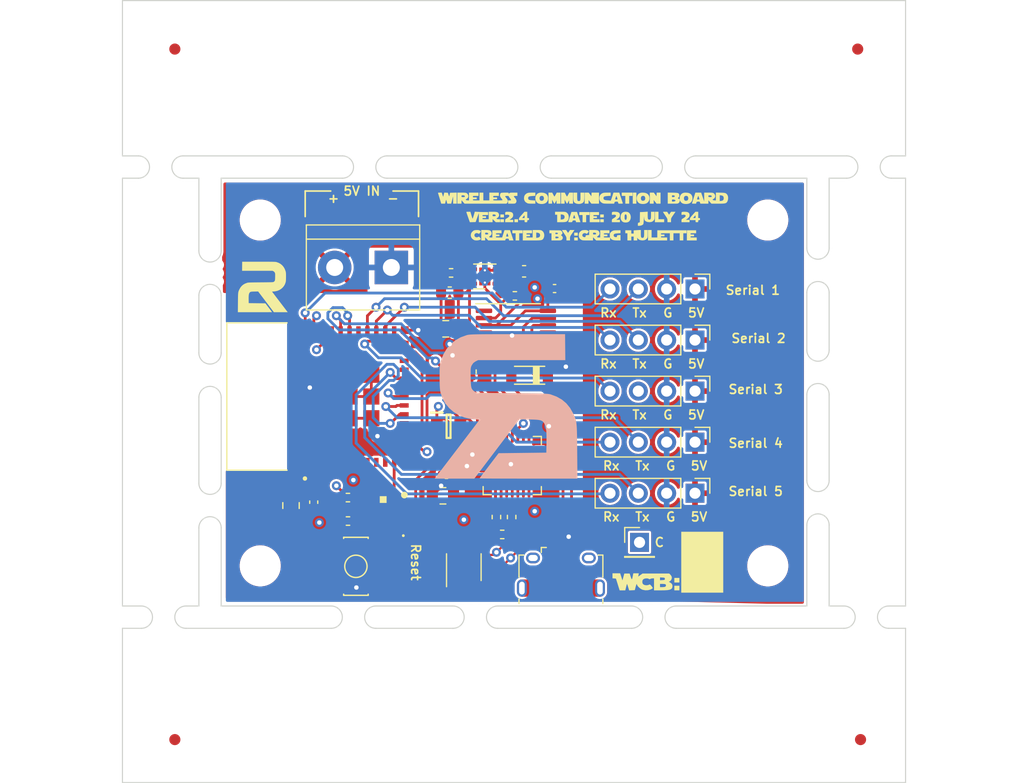
<source format=kicad_pcb>
(kicad_pcb (version 20240108) (generator "pcbnew") (generator_version "8.0")
  (title_block (title "R2 Droid Gateway") (date "2023-07-06") (rev "1.1") (company "Created by: Greg Hulette") (comment 1 "- Creates WiFi Network for Remote Web Access") (comment 2 "- WiFi to LoRa Bridge") (comment 3 "- Buttons for Master Relay"))
  (layers (0 "F.Cu" signal) (1 "In1.Cu" signal) (2 "In2.Cu" signal) (31 "B.Cu" signal) (34 "B.Paste" user) (35 "F.Paste" user) (36 "B.SilkS" user "B.Silkscreen") (37 "F.SilkS" user "F.Silkscreen") (38 "B.Mask" user) (39 "F.Mask" user) (44 "Edge.Cuts" user))
  (net 0 "")
  (net 1 "+3V3")
  (net 2 "GND")
  (net 3 "RESET")
  (net 4 "Net-(U3-EN)")
  (net 5 "VBUS")
  (net 6 "+5V")
  (net 7 "Net-(J1-VBUS)")
  (net 8 "USB_DP")
  (net 9 "USB_DN")
  (net 10 "unconnected-(J1-Shield-Pad6)")
  (net 12 "Net-(L2-DI)")
  (net 14 "DTR")
  (net 15 "RTS")
  (net 16 "GPIO0")
  (net 17 "Net-(U2-TXD)")
  (net 18 "RXD0")
  (net 19 "Net-(U2-RXD)")
  (net 20 "TXD0")
  (net 21 "Net-(U2-VBUS)")
  (net 22 "Net-(U2-RSTb)")
  (net 23 "Net-(U4-ILIM)")
  (net 25 "STATUS_LED_DATA")
  (net 55 "CHAIN")
  (net 59 "RX4")
  (net 60 "TX4")
  (net 61 "RX5")
  (net 62 "TX5")
  (net 63 "TX3")
  (net 64 "RX3")
  (net 65 "TX2")
  (net 66 "RX2")
  (net 67 "TX1")
  (net 68 "RX1")
  (footprint "Connector_PinHeader_2.54mm:PinHeader_1x01_P2.54mm_Vertical" (layer "F.Cu") (at 143.002 120.396)
    (property "Reference" "J8" (hide yes))
    (property "Value" "Conn_01x01" (hide yes))
  )
  (footprint "Connector_PinHeader_2.54mm:PinHeader_1x04_P2.54mm_Vertical" (layer "F.Cu") (at 147.974 102.259 -90)
    (property "Reference" "J4")
    (property "Value" "Conn_01x04" (hide yes))
  )
  (footprint "Resistor_SMD:R_0402_1005Metric" (layer "F.Cu") (at 130.692 119.684 180)
    (property "Reference" "R4")
    (property "Value" "22.1K" (hide yes))
  )
  (footprint "Custom:SOT65P230X110-6N" (layer "F.Cu") (at 125.883 109.986)
    (property "Reference" "Q2")
    (property "Value" "UMH3N" (hide yes))
  )
  (footprint "Custom:mouse-bite-2mm-slot" (layer "F.Cu") (at 159 96.012 90)
    (property "Reference" "mouse-bite-2mm-slot" (hide yes))
    (property "Value" "VAL**" (hide yes))
    (fp_arc (start -2 -1) (mid -1 0) (end -2 1) (stroke (width 0.1)) (layer "Edge.Cuts"))
    (fp_arc (start 2 1) (mid 1 0) (end 2 -1) (stroke (width 0.1)) (layer "Edge.Cuts"))
  )
  (footprint "Capacitor_SMD:C_0402_1005Metric" (layer "F.Cu") (at 126.634 107.858)
    (property "Reference" "C3")
    (property "Value" ".1uF" (hide yes))
  )
  (footprint "Resistor_SMD:R_0402_1005Metric" (layer "F.Cu") (at 131.538 118.124 -90)
    (property "Reference" "R6")
    (property "Value" "1K" (hide yes))
  )
  (footprint "Package_SO:TSSOP-8_4.4x3mm_P0.65mm" (layer "F.Cu") (at 131.92 100.614)
    (property "Reference" "U4")
    (property "Value" "TPS2115APW" (hide yes))
  )
  (footprint "Custom:mouse-bite-2mm-slot" (layer "F.Cu") (at 100.342 127.1)
    (property "Reference" "mouse-bite-2mm-slot" (hide yes))
    (property "Value" "VAL**" (hide yes))
    (fp_arc (start -2 -1) (mid -1 0) (end -2 1) (stroke (width 0.1)) (layer "Edge.Cuts"))
    (fp_arc (start 2 1) (mid 1 0) (end 2 -1) (stroke (width 0.1)) (layer "Edge.Cuts"))
  )
  (footprint "Capacitor_SMD:C_0805_2012Metric" (layer "F.Cu") (at 125.63 101.252)
    (property "Reference" "C8")
    (property "Value" "10uF" (hide yes))
  )
  (footprint "TerminalBlock:TerminalBlock_bornier-2_P5.08mm" (layer "F.Cu") (at 120.754 95.752 180)
    (property "Reference" "J2")
    (property "Value" "Power In" (hide yes))
  )
  (footprint "MountingHole:MountingHole_3.2mm_M3" (layer "F.Cu") (at 109 91.5)
    (property "Reference" "REF**" (hide yes))
    (property "Value" "MountingHole_3.2mm_M3" (hide yes))
  )
  (footprint "Custom:mouse-bite-2mm-slot" (layer "F.Cu") (at 117.36 127.1)
    (property "Reference" "mouse-bite-2mm-slot" (hide yes))
    (property "Value" "VAL**" (hide yes))
    (fp_arc (start -2 -1) (mid -1 0) (end -2 1) (stroke (width 0.1)) (layer "Edge.Cuts"))
    (fp_arc (start 2 1) (mid 1 0) (end 2 -1) (stroke (width 0.1)) (layer "Edge.Cuts"))
  )
  (footprint "Custom:mouse-bite-2mm-slot" (layer "F.Cu") (at 144.284 127.1)
    (property "Reference" "mouse-bite-2mm-slot" (hide yes))
    (property "Value" "VAL**" (hide yes))
    (fp_arc (start -2 -1) (mid -1 0) (end -2 1) (stroke (width 0.1)) (layer "Edge.Cuts"))
    (fp_arc (start 2 1) (mid 1 0) (end 2 -1) (stroke (width 0.1)) (layer "Edge.Cuts"))
  )
  (footprint "Fiducial:Fiducial_1mm_Mask2mm" (layer "F.Cu") (at 101.346 138.075)
    (property "Reference" "REF**" (hide yes))
    (property "Value" "Fiducial_1mm_Mask2mm" (hide yes))
  )
  (footprint "Resistor_SMD:R_0402_1005Metric" (layer "F.Cu") (at 130.172 118.124 -90)
    (property "Reference" "R5")
    (property "Value" "47.5K" (hide yes))
  )
  (footprint "Custom:mouse-bite-2mm-slot" (layer "F.Cu") (at 104.5 96.266 90)
    (property "Reference" "mouse-bite-2mm-slot" (hide yes))
    (property "Value" "VAL**" (hide yes))
    (fp_arc (start -2 -1) (mid -1 0) (end -2 1) (stroke (width 0.1)) (layer "Edge.Cuts"))
    (fp_arc (start 2 1) (mid 1 0) (end 2 -1) (stroke (width 0.1)) (layer "Edge.Cuts"))
  )
  (footprint "Capacitor_SMD:C_0805_2012Metric" (layer "F.Cu") (at 125.378 116.22 180)
    (property "Reference" "C4")
    (property "Value" "4.7uF" (hide yes))
  )
  (footprint "Custom:mouse-bite-2mm-slot" (layer "F.Cu") (at 163.576 86.75)
    (property "Reference" "mouse-bite-2mm-slot" (hide yes))
    (property "Value" "VAL**" (hide yes))
    (fp_arc (start -2 -1) (mid -1 0) (end -2 1) (stroke (width 0.1)) (layer "Edge.Cuts"))
    (fp_arc (start 2 1) (mid 1 0) (end 2 -1) (stroke (width 0.1)) (layer "Edge.Cuts"))
  )
  (footprint "Custom:mouse-bite-2mm-slot" (layer "F.Cu") (at 104.5 105.41 -90)
    (property "Reference" "mouse-bite-2mm-slot" (hide yes))
    (property "Value" "VAL**" (hide yes))
    (fp_arc (start 2 1) (mid 1 0) (end 2 -1) (stroke (width 0.1)) (layer "Edge.Cuts"))
    (fp_arc (start -2 -1) (mid -1 0) (end -2 1) (stroke (width 0.1)) (layer "Edge.Cuts"))
  )
  (footprint "Resistor_SMD:R_0402_1005Metric" (layer "F.Cu") (at 126.908 105.116 90)
    (property "Reference" "R2")
    (property "Value" "1K" (hide yes))
  )
  (footprint "Custom:mouse-bite-2mm-slot" (layer "F.Cu") (at 133.096 86.75)
    (property "Reference" "mouse-bite-2mm-slot" (hide yes))
    (property "Value" "VAL**" (hide yes))
    (fp_arc (start -2 -1) (mid -1 0) (end -2 1) (stroke (width 0.1)) (layer "Edge.Cuts"))
    (fp_arc (start 2 1) (mid 1 0) (end 2 -1) (stroke (width 0.1)) (layer "Edge.Cuts"))
  )
  (footprint "Resistor_SMD:R_0402_1005Metric" (layer "F.Cu") (at 116.86 116.382 180)
    (property "Reference" "R16")
    (property "Value" "470" (hide yes))
  )
  (footprint "MountingHole:MountingHole_3.2mm_M3" (layer "F.Cu") (at 154.5 122.5)
    (property "Reference" "REF**" (hide yes))
    (property "Value" "MountingHole_3.2mm_M3" (hide yes))
  )
  (footprint "Fiducial:Fiducial_1mm_Mask2mm" (layer "F.Cu") (at 101.346 76.175)
    (property "Reference" "REF**" (hide yes))
    (property "Value" "Fiducial_1mm_Mask2mm" (hide yes))
  )
  (footprint "Custom:mouse-bite-2mm-slot" (layer "F.Cu") (at 146.05 86.75)
    (property "Reference" "mouse-bite-2mm-slot" (hide yes))
    (property "Value" "VAL**" (hide yes))
    (fp_arc (start -2 -1) (mid -1 0) (end -2 1) (stroke (width 0.1)) (layer "Edge.Cuts"))
    (fp_arc (start 2 1) (mid 1 0) (end 2 -1) (stroke (width 0.1)) (layer "Edge.Cuts"))
  )
  (footprint "Custom:MODULE_ESP32-PICO-MINI-02" (layer "F.Cu") (at 117.007 107.32 90)
    (property "Reference" "U1")
    (property "Value" "ESP32-PICO-MINI-02" (hide yes))
  )
  (footprint "Custom:mouse-bite-2mm-slot" (layer "F.Cu") (at 159 105.156 -90)
    (property "Reference" "mouse-bite-2mm-slot" (hide yes))
    (property "Value" "VAL**" (hide yes))
    (fp_arc (start 2 1) (mid 1 0) (end 2 -1) (stroke (width 0.1)) (layer "Edge.Cuts"))
    (fp_arc (start -2 -1) (mid -1 0) (end -2 1) (stroke (width 0.1)) (layer "Edge.Cuts"))
  )
  (footprint "Connector_PinHeader_2.54mm:PinHeader_1x04_P2.54mm_Vertical" (layer "F.Cu") (at 147.974 106.836 -90)
    (property "Reference" "J5")
    (property "Value" "Conn_01x04" (hide yes))
  )
  (footprint "Capacitor_SMD:C_0402_1005Metric" (layer "F.Cu") (at 135.444 103.216)
    (property "Reference" "C12")
    (property "Value" ".1uF" (hide yes))
  )
  (footprint "Custom:mouse-bite-2mm-slot" (layer "F.Cu") (at 100.076 86.75)
    (property "Reference" "mouse-bite-2mm-slot" (hide yes))
    (property "Value" "VAL**" (hide yes))
    (fp_arc (start -2 -1) (mid -1 0) (end -2 1) (stroke (width 0.1)) (layer "Edge.Cuts"))
    (fp_arc (start 2 1) (mid 1 0) (end 2 -1) (stroke (width 0.1)) (layer "Edge.Cuts"))
  )
  (footprint "Connector_PinHeader_2.54mm:PinHeader_1x04_P2.54mm_Vertical" (layer "F.Cu") (at 147.974 115.99 -90)
    (property "Reference" "J7")
    (property "Value" "Conn_01x04" (hide yes))
  )
  (footprint "MountingHole:MountingHole_3.2mm_M3" (layer "F.Cu") (at 109 122.5)
    (property "Reference" "REF**" (hide yes))
    (property "Value" "MountingHole_3.2mm_M3" (hide yes))
  )
  (footprint "Capacitor_SMD:C_0603_1608Metric" (layer "F.Cu") (at 125.988 98.012)
    (property "Reference" "C6")
    (property "Value" "1uF" (hide yes))
  )
  (footprint "Fiducial:Fiducial_1mm_Mask2mm" (layer "F.Cu") (at 162.56 76.175)
    (property "Reference" "REF**" (hide yes))
    (property "Value" "Fiducial_1mm_Mask2mm" (hide yes))
  )
  (footprint "Custom:mouse-bite-2mm-slot" (layer "F.Cu") (at 163.334 127.1)
    (property "Reference" "mouse-bite-2mm-slot" (hide yes))
    (property "Value" "VAL**" (hide yes))
    (fp_arc (start -2 -1) (mid -1 0) (end -2 1) (stroke (width 0.1)) (layer "Edge.Cuts"))
    (fp_arc (start 2 1) (mid 1 0) (end 2 -1) (stroke (width 0.1)) (layer "Edge.Cuts"))
  )
  (footprint "Resistor_SMD:R_0402_1005Metric" (layer "F.Cu") (at 131.85 103.028)
    (property "Reference" "R9")
    (property "Value" "402" (hide yes))
  )
  (footprint "Connector_PinHeader_2.54mm:PinHeader_1x04_P2.54mm_Vertical" (layer "F.Cu") (at 147.974 111.413 -90)
    (property "Reference" "J6")
    (property "Value" "Conn_01x04" (hide yes))
  )
  (footprint "Custom:mouse-bite-2mm-slot" (layer "F.Cu") (at 159 116.84 90)
    (property "Reference" "mouse-bite-2mm-slot" (hide yes))
    (property "Value" "VAL**" (hide yes))
    (fp_arc (start -2 -1) (mid -1 0) (end -2 1) (stroke (width 0.1)) (layer "Edge.Cuts"))
    (fp_arc (start 2 1) (mid 1 0) (end 2 -1) (stroke (width 0.1)) (layer "Edge.Cuts"))
  )
  (footprint "Capacitor_SMD:C_0402_1005Metric" (layer "F.Cu") (at 113.796 116.79 -90)
    (property "Reference" "C2")
    (property "Value" ".1uF" (hide yes))
  )
  (footprint "Resistor_SMD:R_0402_1005Metric" (layer "F.Cu") (at 127.978 105.088 90)
    (property "Reference" "R3")
    (property "Value" "1K" (hide yes))
  )
  (footprint "Fiducial:Fiducial_1mm_Mask2mm" (layer "F.Cu") (at 162.814 138.075)
    (property "Reference" "REF**" (hide yes))
    (property "Value" "Fiducial_1mm_Mask2mm" (hide yes))
  )
  (footprint "Capacitor_SMD:C_0805_2012Metric" (layer "F.Cu") (at 111.76 117.094 -90)
    (property "Reference" "C1")
    (property "Value" "10uF" (hide yes))
  )
  (footprint "Connector_USB:USB_Micro-B_Amphenol_10118194_Horizontal" (layer "F.Cu") (at 135.956 123.194)
    (property "Reference" "J1")
    (property "Value" "USB_B_Micro" (hide yes))
  )
  (footprint "Custom:WS2812B-2020" (layer "F.Cu") (at 120.022 117.157)
    (property "Reference" "L2")
    (property "Value" "WS2812B-2020" (hide yes))
  )
  (footprint "MountingHole:MountingHole_3.2mm_M3" (layer "F.Cu") (at 154.5 91.5)
    (property "Reference" "REF**" (hide yes))
    (property "Value" "MountingHole_3.2mm_M3" (hide yes))
  )
  (footprint "Capacitor_SMD:C_0402_1005Metric" (layer "F.Cu") (at 135.386 97.642)
    (property "Reference" "C9")
    (property "Value" ".1uF" (hide yes))
  )
  (footprint "Custom:mouse-bite-2mm-slot" (layer "F.Cu") (at 118.364 86.75)
    (property "Reference" "mouse-bite-2mm-slot" (hide yes))
    (property "Value" "VAL**" (hide yes))
    (fp_arc (start -2 -1) (mid -1 0) (end -2 1) (stroke (width 0.1)) (layer "Edge.Cuts"))
    (fp_arc (start 2 1) (mid 1 0) (end 2 -1) (stroke (width 0.1)) (layer "Edge.Cuts"))
  )
  (footprint "Capacitor_SMD:C_0402_1005Metric" (layer "F.Cu") (at 125.696 114.304 180)
    (property "Reference" "C5")
    (property "Value" ".1uF" (hide yes))
  )
  (footprint "Package_DFN_QFN:QFN-28-1EP_5x5mm_P0.5mm_EP3.35x3.35mm" (layer "F.Cu") (at 131.592 113.51)
    (property "Reference" "U2")
    (property "Value" "CP2102N-A02-GQFN28" (hide yes))
  )
  (footprint "Connector_PinHeader_2.54mm:PinHeader_1x04_P2.54mm_Vertical" (layer "F.Cu") (at 147.974 97.682 -90)
    (property "Reference" "J3")
    (property "Value" "Conn_01x04" (hide yes))
  )
  (footprint "Package_TO_SOT_SMD:SOT-143" (layer "F.Cu") (at 127.25 122.618 90)
    (property "Reference" "D2")
    (property "Value" "SP0503BAHTG" (hide yes))
  )
  (footprint "Capacitor_SMD:C_0603_1608Metric" (layer "F.Cu") (at 132.654 96.098 180)
    (property "Reference" "C7")
    (property "Value" "1uF" (hide yes))
  )
  (footprint "Custom:SOD3716X135N" (layer "F.Cu") (at 133.1485 105.4145 180)
    (property "Reference" "D1")
    (property "Value" "B5819W-TP" (hide yes))
  )
  (footprint "Logos:WCBNumberv2" (layer "F.Cu") (at 145.542 122.174)
    (property "Reference" "G***" (hide yes))
    (property "Value" "LOGO" (hide yes))
  )
  (footprint "Resistor_SMD:R_0402_1005Metric" (layer "F.Cu") (at 131.826 98.298)
    (property "Reference" "R7")
    (property "Value" "10K" (hide yes))
  )
  (footprint "Custom:mouse-bite-2mm-slot" (layer "F.Cu") (at 128.282 127.1)
    (property "Reference" "mouse-bite-2mm-slot" (hide yes))
    (property "Value" "VAL**" (hide yes))
    (fp_arc (start -2 -1) (mid -1 0) (end -2 1) (stroke (width 0.1)) (layer "Edge.Cuts"))
    (fp_arc (start 2 1) (mid 1 0) (end 2 -1) (stroke (width 0.1)) (layer "Edge.Cuts"))
  )
  (footprint "Package_SON:WSON-6-1EP_2x2mm_P0.65mm_EP1x1.6mm_ThermalVias" (layer "F.Cu") (at 129.134 96.558 180)
    (property "Reference" "U3")
    (property "Value" "LP5912-3.3DRV" (hide yes))
  )
  (footprint "Resistor_SMD:R_0402_1005Metric" (layer "F.Cu") (at 126.108 96.238 180)
    (property "Reference" "R10")
    (property "Value" "402" (hide yes))
  )
  (footprint "Resistor_SMD:R_0402_1005Metric" (layer "F.Cu") (at 116.866 118.484)
    (property "Reference" "R1")
    (property "Value" "10K" (hide yes))
  )
  (footprint "Custom:mouse-bite-2mm-slot" (layer "F.Cu") (at 104.5 117.094 90)
    (property "Reference" "mouse-bite-2mm-slot" (hide yes))
    (property "Value" "VAL**" (hide yes))
    (fp_arc (start -2 -1) (mid -1 0) (end -2 1) (stroke (width 0.1)) (layer "Edge.Cuts"))
    (fp_arc (start 2 1) (mid 1 0) (end 2 -1) (stroke (width 0.1)) (layer "Edge.Cuts"))
  )
  (footprint "Logos:R2_Logo_V2" (layer "F.Cu") (at 109.22 97.854871)
    (property "Reference" "G***" (hide yes))
    (property "Value" "LOGO" (hide yes))
  )
  (footprint "Custom:SW_TL3342F160QG" (layer "F.Cu") (at 117.5765 122.5425 180)
    (property "Reference" "S1")
    (property "Value" "TL3342F160QG" (hide yes))
  )
  (footprint "02-Logos:WCBv2.4Logo" (layer "F.Cu") (at 137.922 91.186)
    (property "Reference" "G***" (hide yes))
    (property "Value" "LOGO" (hide yes))
  )
  (footprint "Logos:r2logoLarge" (layer "B.Cu") (at 131.064 109.22 180)
    (property "Reference" "G***" (hide yes))
    (property "Value" "LOGO" (hide yes))
  )
  (gr_line (start 113.03 88.9) (end 115.316 88.9) (stroke (width 0.15)) (layer "F.SilkS"))
  (gr_line (start 113.03 91.186) (end 113.03 88.9) (stroke (width 0.15)) (layer "F.SilkS"))
  (gr_line (start 123.19 88.9) (end 123.19 91.186) (stroke (width 0.15)) (layer "F.SilkS"))
  (gr_line (start 120.904 88.9) (end 123.19 88.9) (stroke (width 0.15)) (layer "F.SilkS"))
  (gr_line (start 166.85 126.1) (end 165.334 126.1) (stroke (width 0.1)) (layer "Edge.Cuts"))
  (gr_line (start 160 94.012) (end 160 87.75) (stroke (width 0.1)) (layer "Edge.Cuts"))
  (gr_line (start 115.36 128.1) (end 102.342 128.1) (stroke (width 0.1)) (layer "Edge.Cuts"))
  (gr_line (start 148.05 85.75) (end 161.576 85.75) (stroke (width 0.1)) (layer "Edge.Cuts"))
  (gr_line (start 158 103.156) (end 158 98.012) (stroke (width 0.1)) (layer "Edge.Cuts"))
  (gr_line (start 160 103.156) (end 160 98.012) (stroke (width 0.1)) (layer "Edge.Cuts"))
  (gr_line (start 158 94.012) (end 158 87.75) (stroke (width 0.1)) (layer "Edge.Cuts"))
  (gr_line (start 160 126.1) (end 161.334 126.1) (stroke (width 0.1)) (layer "Edge.Cuts"))
  (gr_line (start 146.284 126.1) (end 158 126.1) (stroke (width 0.1)) (layer "Edge.Cuts"))
  (gr_line (start 126.282 128.1) (end 119.36 128.1) (stroke (width 0.1)) (layer "Edge.Cuts"))
  (gr_line (start 105.5 98.266) (end 105.5 103.41) (stroke (width 0.1)) (layer "Edge.Cuts"))
  (gr_line (start 103.5 119.094) (end 103.5 126.1) (stroke (width 0.1)) (layer "Edge.Cuts"))
  (gr_line (start 105.5 126.1) (end 115.36 126.1) (stroke (width 0.1)) (layer "Edge.Cuts"))
  (gr_line (start 144.05 87.75) (end 135.096 87.75) (stroke (width 0.1)) (layer "Edge.Cuts"))
  (gr_line (start 166.85 85.75) (end 165.576 85.75) (stroke (width 0.1)) (layer "Edge.Cuts"))
  (gr_line (start 120.364 85.75) (end 131.096 85.75) (stroke (width 0.1)) (layer "Edge.Cuts"))
  (gr_line (start 131.096 87.75) (end 120.364 87.75) (stroke (width 0.1)) (layer "Edge.Cuts"))
  (gr_line (start 98.076 87.75) (end 96.65 87.75) (stroke (width 0.1)) (layer "Edge.Cuts"))
  (gr_line (start 103.5 115.094) (end 103.5 107.41) (stroke (width 0.1)) (layer "Edge.Cuts"))
  (gr_line (start 161.334 128.1) (end 146.284 128.1) (stroke (width 0.1)) (layer "Edge.Cuts"))
  (gr_line (start 103.5 103.41) (end 103.5 98.266) (stroke (width 0.1)) (layer "Edge.Cuts"))
  (gr_line (start 105.5 119.094) (end 105.5 126.1) (stroke (width 0.1)) (layer "Edge.Cuts"))
  (gr_line (start 158 114.84) (end 158 107.156) (stroke (width 0.1)) (layer "Edge.Cuts"))
  (gr_line (start 166.85 141.925) (end 166.85 128.1) (stroke (width 0.1)) (layer "Edge.Cuts"))
  (gr_line (start 119.36 126.1) (end 126.282 126.1) (stroke (width 0.1)) (layer "Edge.Cuts"))
  (gr_line (start 142.284 128.1) (end 130.282 128.1) (stroke (width 0.1)) (layer "Edge.Cuts"))
  (gr_line (start 160 114.84) (end 160 107.156) (stroke (width 0.1)) (layer "Edge.Cuts"))
  (gr_line (start 96.65 141.925) (end 166.85 141.925) (stroke (width 0.1)) (layer "Edge.Cuts"))
  (gr_line (start 166.85 71.825) (end 166.85 85.75) (stroke (width 0.1)) (layer "Edge.Cuts"))
  (gr_line (start 102.342 126.1) (end 103.5 126.1) (stroke (width 0.1)) (layer "Edge.Cuts"))
  (gr_line (start 165.576 87.75) (end 166.85 87.75) (stroke (width 0.1)) (layer "Edge.Cuts"))
  (gr_line (start 96.65 85.75) (end 98.076 85.75) (stroke (width 0.1)) (layer "Edge.Cuts"))
  (gr_line (start 135.096 85.75) (end 144.05 85.75) (stroke (width 0.1)) (layer "Edge.Cuts"))
  (gr_line (start 102.076 87.75) (end 103.5 87.75) (stroke (width 0.1)) (layer "Edge.Cuts"))
  (gr_line (start 105.5 87.75) (end 105.5 94.266) (stroke (width 0.1)) (layer "Edge.Cuts"))
  (gr_line (start 96.65 128.1) (end 96.65 141.925) (stroke (width 0.1)) (layer "Edge.Cuts"))
  (gr_line (start 130.282 126.1) (end 142.284 126.1) (stroke (width 0.1)) (layer "Edge.Cuts"))
  (gr_line (start 166.85 128.1) (end 165.334 128.1) (stroke (width 0.1)) (layer "Edge.Cuts"))
  (gr_line (start 96.65 71.825) (end 166.85 71.825) (stroke (width 0.1)) (layer "Edge.Cuts"))
  (gr_line (start 98.342 128.1) (end 96.65 128.1) (stroke (width 0.1)) (layer "Edge.Cuts"))
  (gr_line (start 105.5 107.41) (end 105.5 115.094) (stroke (width 0.1)) (layer "Edge.Cuts"))
  (gr_line (start 166.85 87.75) (end 166.85 126.1) (stroke (width 0.1)) (layer "Edge.Cuts"))
  (gr_line (start 161.576 87.75) (end 160 87.75) (stroke (width 0.1)) (layer "Edge.Cuts"))
  (gr_line (start 116.364 85.75) (end 102.076 85.75) (stroke (width 0.1)) (layer "Edge.Cuts"))
  (gr_line (start 98.342 126.1) (end 96.65 126.1) (stroke (width 0.1)) (layer "Edge.Cuts"))
  (gr_line (start 160 118.84) (end 160 126.1) (stroke (width 0.1)) (layer "Edge.Cuts"))
  (gr_line (start 158 87.75) (end 148.05 87.75) (stroke (width 0.1)) (layer "Edge.Cuts"))
  (gr_line (start 96.65 71.825) (end 96.65 85.75) (stroke (width 0.1)) (layer "Edge.Cuts"))
  (gr_line (start 103.5 94.266) (end 103.5 87.75) (stroke (width 0.1)) (layer "Edge.Cuts"))
  (gr_line (start 158 126.1) (end 158 118.84) (stroke (width 0.1)) (layer "Edge.Cuts"))
  (gr_line (start 96.65 87.75) (end 96.65 126.1) (stroke (width 0.1)) (layer "Edge.Cuts"))
  (gr_line (start 116.364 87.75) (end 105.5 87.75) (stroke (width 0.1)) (layer "Edge.Cuts"))
  (gr_text "5V" (at 148.082 108.966 0) (layer "F.SilkS") (effects (font (size 0.8 0.8))))
  (gr_text "5V" (at 148.082 104.394 0) (layer "F.SilkS") (effects (font (size 0.8 0.8))))
  (gr_text "Rx" (at 140.208 108.966 0) (layer "F.SilkS") (effects (font (size 0.8 0.8))))
  (gr_text "5V IN" (at 118.11 88.9 0) (layer "F.SilkS") (effects (font (size 0.8 0.8))))
  (gr_text "Serial 4" (at 153.416 111.506 0) (layer "F.SilkS") (effects (font (size 0.8 0.8))))
  (gr_text "Tx" (at 143.256 113.538 0) (layer "F.SilkS") (effects (font (size 0.8 0.8))))
  (gr_text "C" (at 144.78 120.396 0) (layer "F.SilkS") (effects (font (size 0.8 0.8))))
  (gr_text "Tx" (at 143.002 108.966 0) (layer "F.SilkS") (effects (font (size 0.8 0.8))))
  (gr_text "Tx" (at 143.002 104.394 0) (layer "F.SilkS") (effects (font (size 0.8 0.8))))
  (gr_text "5V" (at 148.082 99.822 0) (layer "F.SilkS") (effects (font (size 0.8 0.8))))
  (gr_text "G" (at 145.542 104.394 0) (layer "F.SilkS") (effects (font (size 0.8 0.8))))
  (gr_text "+" (at 115.57 89.662 180) (layer "F.SilkS") (effects (font (size 0.8 0.8))))
  (gr_text "Serial 5" (at 153.416 115.824 0) (layer "F.SilkS") (effects (font (size 0.8 0.8))))
  (gr_text "Rx" (at 140.462 113.538 0) (layer "F.SilkS") (effects (font (size 0.8 0.8))))
  (gr_text "5V" (at 148.336 113.538 0) (layer "F.SilkS") (effects (font (size 0.8 0.8))))
  (gr_text "Serial 3" (at 153.416 106.68 0) (layer "F.SilkS") (effects (font (size 0.8 0.8))))
  (gr_text "5V" (at 148.336 118.11 0) (layer "F.SilkS") (effects (font (size 0.8 0.8))))
  (gr_text "Tx" (at 143.002 99.822 0) (layer "F.SilkS") (effects (font (size 0.8 0.8))))
  (gr_text "-" (at 120.904 89.662 180) (layer "F.SilkS") (effects (font (size 0.8 0.8))))
  (gr_text "Rx" (at 140.208 104.394 0) (layer "F.SilkS") (effects (font (size 0.8 0.8))))
  (gr_text "G" (at 145.542 108.966 0) (layer "F.SilkS") (effects (font (size 0.8 0.8))))
  (gr_text "Serial 2" (at 153.67 102.108 0) (layer "F.SilkS") (effects (font (size 0.8 0.8))))
  (gr_text "Tx" (at 143.256 118.11 0) (layer "F.SilkS") (effects (font (size 0.8 0.8))))
  (gr_text "G" (at 145.542 99.822 0) (layer "F.SilkS") (effects (font (size 0.8 0.8))))
  (gr_text "Rx" (at 140.462 118.11 0) (layer "F.SilkS") (effects (font (size 0.8 0.8))))
  (gr_text "G" (at 145.796 113.538 0) (layer "F.SilkS") (effects (font (size 0.8 0.8))))
  (gr_text "G" (at 145.796 118.11 0) (layer "F.SilkS") (effects (font (size 0.8 0.8))))
  (gr_text "Reset" (at 122.936 122.174 270) (layer "F.SilkS") (effects (font (size 0.8 0.8))))
  (gr_text "Rx" (at 140.208 99.822 0) (layer "F.SilkS") (effects (font (size 0.8 0.8))))
  (gr_text "Serial 1" (at 153.162 97.79 0) (layer "F.SilkS") (effects (font (size 0.8 0.8))))
  (segment (start 128.218 115.01) (end 127.718 114.51) (width 0.25) (layer "F.Cu") (net 1))
  (segment (start 129.142 114.51) (end 127.552 114.51) (width 0.25) (layer "F.Cu") (net 1))
  (segment (start 126.382 114.51) (end 126.176 114.304) (width 0.25) (layer "F.Cu") (net 1))
  (segment (start 127.552 114.51) (end 126.382 114.51) (width 0.25) (layer "F.Cu") (net 1))
  (segment (start 129.142 115.01) (end 128.218 115.01) (width 0.25) (layer "F.Cu") (net 1))
  (segment (start 127.718 114.51) (end 127.552 114.51) (width 0.25) (layer "F.Cu") (net 1))
  (via (at 117.348 114.808) (size 0.8) (drill 0.4) (layers "F.Cu" "B.Cu") (net 1))
  (via (at 134.874 109.982) (size 0.8) (drill 0.4) (layers "F.Cu" "B.Cu") (net 1))
  (via (at 133.604 117.602) (size 0.8) (drill 0.4) (layers "F.Cu" "B.Cu") (net 1))
  (via (at 127.254 118.364) (size 0.8) (drill 0.4) (layers "F.Cu" "B.Cu") (net 1))
  (via (at 133.604 97.536) (size 0.8) (drill 0.4) (layers "F.Cu" "B.Cu") (net 1))
  (via (at 125.984 102.616) (size 0.8) (drill 0.4) (layers "F.Cu" "B.Cu") (net 1))
  (via (at 114.3 118.618) (size 0.8) (drill 0.4) (layers "F.Cu" "B.Cu") (net 1))
  (via (at 133.858 98.552) (size 0.8) (drill 0.4) (layers "F.Cu" "B.Cu") (net 1))
  (segment (start 117.007 109.27) (end 115.057 109.27) (width 0.25) (layer "F.Cu") (net 2))
  (segment (start 129.9215 96.008) (end 130.0215 95.908) (width 0.25) (layer "F.Cu") (net 2))
  (segment (start 113.444 106.52) (end 114.257 106.52) (width 0.25) (layer "F.Cu") (net 2))
  (segment (start 128.46552 110.386192) (end 128.46552 109.20952) (width 0.25) (layer "F.Cu") (net 2))
  (segment (start 112.776 124.206) (end 113.0125 124.4425) (width 0.25) (layer "F.Cu") (net 2))
  (segment (start 131.4415 94.488) (end 130.0215 95.908) (width 0.25) (layer "F.Cu") (net 2))
  (segment (start 131.589328 113.51) (end 128.46552 110.386192) (width 0.25) (layer "F.Cu") (net 2))
  (segment (start 121.007 110.865) (end 121.007 112.673) (width 0.25) (layer "F.Cu") (net 2))
  (segment (start 129.0575 100.289) (end 130.089 100.289) (width 0.25) (layer "F.Cu") (net 2))
  (segment (start 118.957 107.32) (end 117.007 107.32) (width 0.25) (layer "F.Cu") (net 2))
  (segment (start 121.007 113.22) (end 121.007 116.477) (width 0.25) (layer "F.Cu") (net 2))
  (segment (start 115.057 107.32) (end 115.057 105.37) (width 0.25) (layer "F.Cu") (net 2))
  (segment (start 136.398 104.648) (end 135.924 104.174) (width 0.25) (layer "F.Cu") (net 2))
  (segment (start 125.213 100.719) (end 124.68 101.252) (width 0.25) (layer "F.Cu") (net 2))
  (segment (start 135.866 97.63507) (end 135.866 97.642) (width 0.25) (layer "F.Cu") (net 2))
  (segment (start 125.222 98.003) (end 125.222 96.614) (width 0.25) (layer "F.Cu") (net 2))
  (segment (start 130.556 99.822) (end 130.556 99.03) (width 0.25) (layer "F.Cu") (net 2))
  (segment (start 112.776 120.904) (end 112.776 124.206) (width 0.25) (layer "F.Cu") (net 2))
  (segment (start 129.134 96.008) (end 129.9215 96.008) (width 0.25) (layer "F.Cu") (net 2))
  (segment (start 132.36 103.028) (end 132.36 102.642) (width 0.25) (layer "F.Cu") (net 2))
  (segment (start 130.556 99.03) (end 129.134 97.608) (width 0.25) (layer "F.Cu") (net 2))
  (segment (start 112.057 113.27) (end 113.757 113.27) (width 0.25) (layer "F.Cu") (net 2))
  (segment (start 135.924 104.174) (end 135.924 103.216) (width 0.25) (layer "F.Cu") (net 2))
  (segment (start 113.0125 124.4425) (end 114.4265 124.4425) (width 0.25) (layer "F.Cu") (net 2))
  (segment (start 119.507 110.871) (end 121.007 112.371) (width 0.25) (layer "F.Cu") (net 2))
  (segment (start 130.089 100.289) (end 130.556 99.822) (width 0.25) (layer "F.Cu") (net 2))
  (segment (start 121.957 113.27) (end 121.057 113.27) (width 0.25) (layer "F.Cu") (net 2))
  (segment (start 118.957 109.27) (end 118.957 110.321) (width 0.25) (layer "F.Cu") (net 2))
  (segment (start 128.584 96.558) (end 129.134 97.108) (width 0.25) (layer "F.Cu") (net 2))
  (segment (start 125.476 120.142) (end 124.968 120.65) (width 0.25) (layer "F.Cu") (net 2))
  (segment (start 121.057 113.27) (end 121.007 113.22) (width 0.25) (layer "F.Cu") (net 2))
  (segment (start 125.222 96.614) (end 125.598 96.238) (width 0.25) (layer "F.Cu") (net 2))
  (segment (start 125.216 114.304) (end 125.216 115.322) (width 0.25) (layer "F.Cu") (net 2))
  (segment (start 125.213 98.012) (end 125.222 98.003) (width 0.25) (layer "F.Cu") (net 2))
  (segment (start 131.288 98.298) (end 130.556 99.03) (width 0.25) (layer "F.Cu") (net 2))
  (segment (start 121.007 112.371) (end 121.007 112.673) (width 0.25) (layer "F.Cu") (net 2))
  (segment (start 134.32893 96.098) (end 135.866 97.63507) (width 0.25) (layer "F.Cu") (net 2))
  (segment (start 121.007 112.673) (end 121.007 113.22) (width 0.25) (layer "F.Cu") (net 2))
  (segment (start 133.429 96.098) (end 134.32893 96.098) (width 0.25) (layer "F.Cu") (net 2))
  (segment (start 131.092 113.01) (end 131.469 113.387) (width 0.25) (layer "F.Cu") (net 2))
  (segment (start 124.968 120.65) (end 124.968 122.682) (width 0.25) (layer "F.Cu") (net 2))
  (segment (start 115.057 105.37) (end 118.957 105.37) (width 0.25) (layer "F.Cu") (net 2))
  (segment (start 123.166 101.37) (end 121.957 101.37) (width 0.25) (layer "F.Cu") (net 2))
  (segment (start 128.46552 109.20952) (end 127.114 107.858) (width 0.25) (layer "F.Cu") (net 2))
  (segment (start 114.257 106.52) (end 115.057 107.32) (width 0.25) (layer "F.Cu") (net 2))
  (segment (start 112.107 106.52) (end 113.444 106.52) (width 0.25) (layer "F.Cu") (net 2))
  (segment (start 133.429 95.075) (end 132.842 94.488) (width 0.25) (layer "F.Cu") (net 2))
  (segment (start 125.216 115.322) (end 125.216 115.432) (width 0.25) (layer "F.Cu") (net 2))
  (segment (start 125.216 115.432) (end 124.428 116.22) (width 0.25) (layer "F.Cu") (net 2))
  (segment (start 120.7265 124.4425) (end 125.7555 124.4425) (width 0.25) (layer "F.Cu") (net 2))
  (segment (start 112.057 101.37) (end 112.057 113.27) (width 0.25) (layer "F.Cu") (net 2))
  (segment (start 128.524 120.142) (end 125.476 120.142) (width 0.25) (layer "F.Cu") (net 2))
  (segment (start 124.562 101.37) (end 123.166 101.37) (width 0.25) (layer "F.Cu") (net 2))
  (segment (start 113.757 113.27) (end 113.807 113.22) (width 0.25) (layer "F.Cu") (net 2))
  (segment (start 128.2465 96.558) (end 128.584 96.558) (width 0.25) (layer "F.Cu") (net 2))
  (segment (start 131.316 98.298) (end 131.288 98.298) (width 0.25) (layer "F.Cu") (net 2))
  (segment (start 118.957 110.321) (end 119.507 110.871) (width 0.25) (layer "F.Cu") (net 2))
  (segment (start 111.76 118.044) (end 111.76 119.888) (width 0.25) (layer "F.Cu") (net 2))
  (segment (start 129.134 97.608) (end 129.134 97.108) (width 0.25) (layer "F.Cu") (net 2))
  (segment (start 118.957 109.27) (end 117.007 109.27) (width 0.25) (layer "F.Cu") (net 2))
  (segment (start 125.7555 124.4425) (end 126.48 123.718) (width 0.25) (layer "F.Cu") (net 2))
  (segment (start 132.842 94.488) (end 131.4415 94.488) (width 0.25) (layer "F.Cu") (net 2))
  (segment (start 115.057 109.27) (end 115.057 107.32) (width 0.25) (layer "F.Cu") (net 2))
  (segment (start 135.924 102.7305) (end 135.924 103.216) (width 0.25) (layer "F.Cu") (net 2))
  (segment (start 121.907 110.52) (end 121.352 110.52) (width 0.25) (layer "F.Cu") (net 2))
  (segment (start 121.007 116.477) (end 121.037 116.507) (width 0.25) (layer "F.Cu") (net 2))
  (segment (start 124.68 101.252) (end 124.562 101.37) (width 0.25) (layer "F.Cu") (net 2))
  (segment (start 121.352 110.52) (end 121.007 110.865) (width 0.25) (layer "F.Cu") (net 2))
  (segment (start 125.213 98.012) (end 125.213 100.719) (width 0.25) (layer "F.Cu") (net 2))
  (segment (start 112.534 117.27) (end 111.76 118.044) (width 0.25) (layer "F.Cu") (net 2))
  (segment (start 111.76 119.888) (end 112.776 120.904) (width 0.25) (layer "F.Cu") (net 2))
  (segment (start 126.004 123.718) (end 126.48 123.718) (width 0.25) (layer "F.Cu") (net 2))
  (segment (start 114.4265 124.4425) (end 117.6195 124.4425) (width 0.25) (layer "F.Cu") (net 2))
  (segment (start 118.957 105.37) (end 118.957 107.32) (width 0.25) (layer "F.Cu") (net 2))
  (segment (start 132.36 102.642) (end 131.572 101.854) (width 0.25) (layer "F.Cu") (net 2))
  (segment (start 113.796 117.27) (end 112.534 117.27) (width 0.25) (layer "F.Cu") (net 2))
  (segment (start 131.592 113.51) (end 131.589328 113.51) (width 0.25) (layer "F.Cu") (net 2))
  (segment (start 117.6195 124.4425) (end 120.7265 124.4425) (width 0.25) (layer "F.Cu") (net 2))
  (segment (start 137.256 120.492) (end 136.652 119.888) (width 0.25) (layer "F.Cu") (net 2))
  (segment (start 133.429 96.098) (end 133.429 95.075) (width 0.25) (layer "F.Cu") (net 2))
  (segment (start 130.172 118.634) (end 130.032 118.634) (width 0.25) (layer "F.Cu") (net 2))
  (segment (start 130.032 118.634) (end 128.524 120.142) (width 0.25) (layer "F.Cu") (net 2))
  (segment (start 124.968 122.682) (end 126.004 123.718) (width 0.25) (layer "F.Cu") (net 2))
  (segment (start 137.256 121.794) (end 137.256 120.492) (width 0.25) (layer "F.Cu") (net 2))
  (segment (start 131.469 113.387) (end 131.592 113.51) (width 0.25) (layer "F.Cu") (net 2))
  (segment (start 129.142 113.01) (end 131.092 113.01) (width 0.25) (layer "F.Cu") (net 2))
  (segment (start 134.7825 101.589) (end 135.924 102.7305) (width 0.25) (layer "F.Cu") (net 2))
  (via (at 136.398 104.648) (size 0.8) (drill 0.4) (layers "F.Cu" "B.Cu") (net 2))
  (via (at 113.444 106.52) (size 0.8) (drill 0.4) (layers "F.Cu" "B.Cu") (net 2))
  (via (at 119.507 110.871) (size 0.8) (drill 0.4) (layers "F.Cu" "B.Cu") (net 2))
  (via (at 131.469 113.387) (size 0.8) (drill 0.4) (layers "F.Cu" "B.Cu") (net 2))
  (via (at 123.166 101.37) (size 0.8) (drill 0.4) (layers "F.Cu" "B.Cu") (net 2))
  (via (at 125.216 115.322) (size 0.8) (drill 0.4) (layers "F.Cu" "B.Cu") (net 2))
  (via (at 117.6195 124.4425) (size 0.8) (drill 0.4) (layers "F.Cu" "B.Cu") (net 2))
  (via (at 131.572 101.854) (size 0.8) (drill 0.4) (layers "F.Cu" "B.Cu") (net 2))
  (via (at 136.652 119.888) (size 0.8) (drill 0.4) (layers "F.Cu" "B.Cu") (net 2))
  (segment (start 117.376 118.484) (end 117.764 118.872) (width 0.25) (layer "F.Cu") (net 3))
  (segment (start 120.7265 120.6425) (end 119.5345 120.6425) (width 0.25) (layer "F.Cu") (net 3))
  (segment (start 114.4265 120.6425) (end 115.2175 120.6425) (width 0.25) (layer "F.Cu") (net 3))
  (segment (start 119.831511 118.674489) (end 119.831511 115.259511) (width 0.25) (layer "F.Cu") (net 3))
  (segment (start 126.954022 113.03) (end 127.291489 112.692533) (width 0.25) (layer "F.Cu") (net 3))
  (segment (start 127.291489 112.692533) (end 127.291489 111.976511) (width 0.25) (layer "F.Cu") (net 3))
  (segment (start 121.863511 118.674489) (end 122.936 117.602) (width 0.25) (layer "F.Cu") (net 3))
  (segment (start 117.764 118.872) (end 119.634 118.872) (width 0.25) (layer "F.Cu") (net 3))
  (segment (start 127.291489 111.976511) (end 128.016 111.252) (width 0.25) (layer "F.Cu") (net 3))
  (segment (start 128.016 109.669978) (end 127.682022 109.336) (width 0.25) (layer "F.Cu") (net 3))
  (segment (start 118.607 114.035) (end 118.607 113.22) (width 0.25) (layer "F.Cu") (net 3))
  (segment (start 126.154 107.858) (end 126.154 108.557) (width 0.25) (layer "F.Cu") (net 3))
  (segment (start 124.714 113.03) (end 126.954022 113.03) (width 0.25) (layer "F.Cu") (net 3))
  (segment (start 126.154 108.557) (end 126.933 109.336) (width 0.25) (layer "F.Cu") (net 3))
  (segment (start 119.5345 120.6425) (end 117.376 118.484) (width 0.25) (layer "F.Cu") (net 3))
  (segment (start 119.634 118.872) (end 119.831511 118.674489) (width 0.25) (layer "F.Cu") (net 3))
  (segment (start 128.016 111.252) (end 128.016 109.669978) (width 0.25) (layer "F.Cu") (net 3))
  (segment (start 122.936 114.808) (end 124.714 113.03) (width 0.25) (layer "F.Cu") (net 3))
  (segment (start 119.831511 115.259511) (end 118.607 114.035) (width 0.25) (layer "F.Cu") (net 3))
  (segment (start 122.936 117.602) (end 122.936 114.808) (width 0.25) (layer "F.Cu") (net 3))
  (segment (start 115.2175 120.6425) (end 117.376 118.484) (width 0.25) (layer "F.Cu") (net 3))
  (segment (start 127.682022 109.336) (end 126.933 109.336) (width 0.25) (layer "F.Cu") (net 3))
  (segment (start 119.831511 118.674489) (end 121.863511 118.674489) (width 0.25) (layer "F.Cu") (net 3))
  (segment (start 132.588 101.092) (end 133.391 100.289) (width 0.25) (layer "F.Cu") (net 4))
  (segment (start 128.2465 97.208) (end 127.942 97.208) (width 0.25) (layer "F.Cu") (net 4))
  (segment (start 127.942 97.208) (end 127.508 96.774) (width 0.25) (layer "F.Cu") (net 4))
  (segment (start 127.508 96.774) (end 127.508 96.504977) (width 0.25) (layer "F.Cu") (net 4))
  (segment (start 127.762 102.108) (end 129.286 103.632) (width 0.25) (layer "F.Cu") (net 4))
  (segment (start 131.228141 103.886) (end 132.471859 103.886) (width 0.25) (layer "F.Cu") (net 4))
  (segment (start 126.763 98.012) (end 127.4425 98.012) (width 0.25) (layer "F.Cu") (net 4))
  (segment (start 126.948 95.908) (end 128.2465 95.908) (width 0.25) (layer "F.Cu") (net 4))
  (segment (start 132.471859 103.886) (end 132.95452 103.403339) (width 0.25) (layer "F.Cu") (net 4))
  (segment (start 132.95452 102.600802) (end 132.588 102.234282) (width 0.25) (layer "F.Cu") (net 4))
  (segment (start 129.286 103.632) (end 130.974141 103.632) (width 0.25) (layer "F.Cu") (net 4))
  (segment (start 127.762 97.6925) (end 127.762 102.108) (width 0.25) (layer "F.Cu") (net 4))
  (segment (start 126.763 98.012) (end 126.763 101.069) (width 0.25) (layer "F.Cu") (net 4))
  (segment (start 128.2465 97.208) (end 127.762 97.6925) (width 0.25) (layer "F.Cu") (net 4))
  (segment (start 127.508 96.504977) (end 128.104977 95.908) (width 0.25) (layer "F.Cu") (net 4))
  (segment (start 127.4425 98.012) (end 128.2465 97.208) (width 0.25) (layer "F.Cu") (net 4))
  (segment (start 132.95452 103.403339) (end 132.95452 102.600802) (width 0.25) (layer "F.Cu") (net 4))
  (segment (start 126.618 96.238) (end 126.948 95.908) (width 0.25) (layer "F.Cu") (net 4))
  (segment (start 132.588 102.234282) (end 132.588 101.092) (width 0.25) (layer "F.Cu") (net 4))
  (segment (start 126.763 101.069) (end 126.58 101.252) (width 0.25) (layer "F.Cu") (net 4))
  (segment (start 128.104977 95.908) (end 128.2465 95.908) (width 0.25) (layer "F.Cu") (net 4))
  (segment (start 130.974141 103.632) (end 131.228141 103.886) (width 0.25) (layer "F.Cu") (net 4))
  (segment (start 133.391 100.289) (end 134.7825 100.289) (width 0.25) (layer "F.Cu") (net 4))
  (segment (start 134.964 105.2373) (end 134.7868 105.4145) (width 0.25) (layer "F.Cu") (net 5))
  (segment (start 131.202 119.684) (end 134.824 119.684) (width 0.25) (layer "F.Cu") (net 5))
  (segment (start 130.048 106.172) (end 130.048 104.648) (width 0.25) (layer "F.Cu") (net 5))
  (segment (start 132.08 108.204) (end 130.048 106.172) (width 0.25) (layer "F.Cu") (net 5))
  (segment (start 136.144 118.364) (end 136.144 108.966) (width 0.25) (layer "F.Cu") (net 5))
  (segment (start 136.144 108.966) (end 135.382 108.204) (width 0.25) (layer "F.Cu") (net 5))
  (segment (start 133.35 101.602) (end 134.964 103.216) (width 0.25) (layer "F.Cu") (net 5))
  (segment (start 135.382 108.204) (end 132.08 108.204) (width 0.25) (layer "F.Cu") (net 5))
  (segment (start 130.048 104.648) (end 130.302 104.394) (width 0.25) (layer "F.Cu") (net 5))
  (segment (start 133.35 101.092) (end 133.35 101.602) (width 0.25) (layer "F.Cu") (net 5))
  (segment (start 133.503 100.939) (end 133.35 101.092) (width 0.25) (layer "F.Cu") (net 5))
  (segment (start 134.824 119.684) (end 136.144 118.364) (width 0.25) (layer "F.Cu") (net 5))
  (segment (start 133.6085 105.4145) (end 134.7868 105.4145) (width 0.25) (layer "F.Cu") (net 5))
  (segment (start 132.588 104.394) (end 133.6085 105.4145) (width 0.25) (layer "F.Cu") (net 5))
  (segment (start 134.7825 100.939) (end 133.503 100.939) (width 0.25) (layer "F.Cu") (net 5))
  (segment (start 130.302 104.394) (end 132.588 104.394) (width 0.25) (layer "F.Cu") (net 5))
  (segment (start 134.964 103.216) (end 134.964 105.2373) (width 0.25) (layer "F.Cu") (net 5))
  (segment (start 132.771 99.639) (end 131.471 100.939) (width 0.25) (layer "F.Cu") (net 6))
  (segment (start 134.7825 99.639) (end 132.771 99.639) (width 0.25) (layer "F.Cu") (net 6))
  (segment (start 136.398 98.298) (end 135.55507 98.298) (width 0.25) (layer "F.Cu") (net 6))
  (segment (start 136.906 97.79) (end 136.398 98.298) (width 0.25) (layer "F.Cu") (net 6))
  (segment (start 130.201 100.939) (end 129.0575 100.939) (width 0.25) (layer "F.Cu") (net 6))
  (segment (start 132.336 98.298) (end 132.336 98.804) (width 0.25) (layer "F.Cu") (net 6))
  (segment (start 134.7825 97.7655) (end 134.906 97.642) (width 0.25) (layer "F.Cu") (net 6))
  (segment (start 136.906 93.218) (end 136.906 97.79) (width 0.25) (layer "F.Cu") (net 6))
  (segment (start 131.471 100.939) (end 130.201 100.939) (width 0.25) (layer "F.Cu") (net 6))
  (segment (start 132.336 98.804) (end 130.201 100.939) (width 0.25) (layer "F.Cu") (net 6))
  (segment (start 134.906 97.642) (end 134.906 97.64893) (width 0.25) (layer "F.Cu") (net 6))
  (segment (start 134.7825 99.639) (end 134.7825 97.7655) (width 0.25) (layer "F.Cu") (net 6))
  (segment (start 135.55507 98.298) (end 134.906 97.64893) (width 0.25) (layer "F.Cu") (net 6))
  (segment (start 136.906 107.95) (end 136.398 107.442) (width 0.25) (layer "F.Cu") (net 7))
  (segment (start 139.446 122.936) (end 139.446 120.904) (width 0.25) (layer "F.Cu") (net 7))
  (segment (start 136.398 107.442) (end 132.588 107.442) (width 0.25) (layer "F.Cu") (net 7))
  (segment (start 132.588 107.442) (end 131.5102 106.3642) (width 0.25) (layer "F.Cu") (net 7))
  (segment (start 128.523511 123.394489) (end 133.399511 123.394489) (width 0.25) (layer "F.Cu") (net 7))
  (segment (start 133.399511 123.394489) (end 134.656 122.138) (width 0.25) (layer "F.Cu") (net 7))
  (segment (start 134.873 122.936) (end 139.446 122.936) (width 0.25) (layer "F.Cu") (net 7))
  (segment (start 134.656 122.138) (end 134.656 121.794) (width 0.25) (layer "F.Cu") (net 7))
  (segment (start 136.906 118.364) (end 136.906 107.95) (width 0.25) (layer "F.Cu") (net 7))
  (segment (start 139.446 120.904) (end 136.906 118.364) (width 0.25) (layer "F.Cu") (net 7))
  (segment (start 128.2 123.718) (end 128.523511 123.394489) (width 0.25) (layer "F.Cu") (net 7))
  (segment (start 134.656 121.794) (end 134.656 122.719) (width 0.25) (layer "F.Cu") (net 7))
  (segment (start 131.5102 106.3642) (end 131.5102 105.4145) (width 0.25) (layer "F.Cu") (net 7))
  (segment (start 134.656 122.719) (end 134.873 122.936) (width 0.25) (layer "F.Cu") (net 7))
  (segment (start 129.06652 113.43452) (end 128.654547 113.43452) (width 0.2) (layer "F.Cu") (net 8))
  (segment (start 128.654547 113.43452) (end 128.016 112.795973) (width 0.2) (layer "F.Cu") (net 8))
  (segment (start 130.95552 120.50448) (end 130.175 121.285) (width 0.2) (layer "F.Cu") (net 8))
  (segment (start 135.179 120.142) (end 132.588 120.142) (width 0.2) (layer "F.Cu") (net 8))
  (segment (start 129.942 121.518) (end 128.2 121.518) (width 0.2) (layer "F.Cu") (net 8))
  (segment (start 132.588 120.142) (end 132.22552 120.50448) (width 0.2) (layer "F.Cu") (net 8))
  (segment (start 135.956 121.794) (end 135.956 120.919) (width 0.2) (layer "F.Cu") (net 8))
  (segment (start 130.175 121.285) (end 129.942 121.518) (width 0.2) (layer "F.Cu") (net 8))
  (segment (start 135.956 120.919) (end 135.179 120.142) (width 0.2) (layer "F.Cu") (net 8))
  (segment (start 128.016 112.795973) (end 128.016 112.522) (width 0.2) (layer "F.Cu") (net 8))
  (segment (start 132.22552 120.50448) (end 130.95552 120.50448) (width 0.2) (layer "F.Cu") (net 8))
  (segment (start 129.142 113.51) (end 129.06652 113.43452) (width 0.2) (layer "F.Cu") (net 8))
  (via (at 130.175 121.285) (size 0.8) (drill 0.4) (layers "F.Cu" "B.Cu") (net 8))
  (via (at 128.016 112.522) (size 0.8) (drill 0.4) (layers "F.Cu" "B.Cu") (net 8))
  (segment (start 131.445 121.793) (end 130.720489 122.517511) (width 0.2) (layer "F.Cu") (net 9))
  (segment (start 127.299511 122.517511) (end 126.3 121.518) (width 0.2) (layer "F.Cu") (net 9))
  (segment (start 132.334 120.904) (end 131.445 121.793) (width 0.2) (layer "F.Cu") (net 9))
  (segment (start 135.206489 120.819489) (end 134.241 120.819489) (width 0.2) (layer "F.Cu") (net 9))
  (segment (start 135.306 121.794) (end 135.306 120.919) (width 0.2) (layer "F.Cu") (net 9))
  (segment (start 130.720489 122.517511) (end 127.299511 122.517511) (width 0.2) (layer "F.Cu") (net 9))
  (segment (start 135.306 120.919) (end 135.206489 120.819489) (width 0.2) (layer "F.Cu") (net 9))
  (segment (start 127.544 113.538) (end 127.526 113.556) (width 0.2) (layer "F.Cu") (net 9))
  (segment (start 134.241 120.819489) (end 134.156489 120.904) (width 0.2) (layer "F.Cu") (net 9))
  (segment (start 134.156489 120.904) (end 132.334 120.904) (width 0.2) (layer "F.Cu") (net 9))
  (segment (start 128.016 114.01) (end 127.544 113.538) (width 0.2) (layer "F.Cu") (net 9))
  (segment (start 129.142 114.01) (end 128.016 114.01) (width 0.2) (layer "F.Cu") (net 9))
  (via (at 127.526 113.556) (size 0.8) (drill 0.4) (layers "F.Cu" "B.Cu") (net 9))
  (via (at 131.445 121.793) (size 0.8) (drill 0.4) (layers "F.Cu" "B.Cu") (net 9))
  (segment (start 132.456 124.494) (end 139.456 124.494) (width 0.25) (layer "F.Cu") (net 10))
  (segment (start 119.007 116.507) (end 117.495 116.507) (width 0.25) (layer "F.Cu") (net 12))
  (segment (start 117.495 116.507) (end 117.37 116.382) (width 0.25) (layer "F.Cu") (net 12))
  (segment (start 130.092 111.06) (end 130.092 109.86907) (width 0.25) (layer "F.Cu") (net 14))
  (segment (start 123.952 109.982) (end 123.952 107.188) (width 0.25) (layer "F.Cu") (net 14))
  (segment (start 124.833 109.986) (end 123.956 109.986) (width 0.25) (layer "F.Cu") (net 14))
  (segment (start 130.092 109.86907) (end 127.15693 106.934) (width 0.25) (layer "F.Cu") (net 14))
  (segment (start 123.956 109.986) (end 123.952 109.982) (width 0.25) (layer "F.Cu") (net 14))
  (segment (start 127.15693 106.934) (end 124.206 106.934) (width 0.25) (layer "F.Cu") (net 14))
  (segment (start 126.256282 110.636) (end 125.606282 109.986) (width 0.25) (layer "F.Cu") (net 14))
  (segment (start 125.606282 109.986) (end 124.833 109.986) (width 0.25) (layer "F.Cu") (net 14))
  (segment (start 123.952 107.188) (end 124.206 106.934) (width 0.25) (layer "F.Cu") (net 14))
  (segment (start 126.933 110.636) (end 126.256282 110.636) (width 0.25) (layer "F.Cu") (net 14))
  (segment (start 125.592 109.336) (end 126.242 109.986) (width 0.25) (layer "F.Cu") (net 15))
  (segment (start 132.092 111.06) (end 132.092 110.224) (width 0.25) (layer "F.Cu") (net 15))
  (segment (start 124.833 109.336) (end 124.833 108.339) (width 0.25) (layer "F.Cu") (net 15))
  (segment (start 132.092 110.224) (end 132.588 109.728) (width 0.25) (layer "F.Cu") (net 15))
  (segment (start 124.833 108.339) (end 124.968 108.204) (width 0.25) (layer "F.Cu") (net 15))
  (segment (start 126.242 109.986) (end 126.933 109.986) (width 0.25) (layer "F.Cu") (net 15))
  (segment (start 124.833 109.336) (end 125.592 109.336) (width 0.25) (layer "F.Cu") (net 15))
  (via (at 124.968 108.204) (size 0.8) (drill 0.4) (layers "F.Cu" "B.Cu") (net 15))
  (via (at 132.588 109.728) (size 0.8) (drill 0.4) (layers "F.Cu" "B.Cu") (net 15))
  (segment (start 124.833 110.636) (end 123.970283 110.636) (width 0.25) (layer "F.Cu") (net 16))
  (segment (start 122.878 103.32) (end 121.907 103.32) (width 0.25) (layer "F.Cu") (net 16))
  (segment (start 123.50248 103.94448) (end 122.878 103.32) (width 0.25) (layer "F.Cu") (net 16))
  (segment (start 123.50248 110.168197) (end 123.50248 103.94448) (width 0.25) (layer "F.Cu") (net 16))
  (segment (start 123.970283 110.636) (end 123.50248 110.168197) (width 0.25) (layer "F.Cu") (net 16))
  (segment (start 131.092 111.06) (end 131.092 109.81) (width 0.25) (layer "F.Cu") (net 17))
  (segment (start 131.092 109.81) (end 126.908 105.626) (width 0.25) (layer "F.Cu") (net 17))
  (segment (start 117.007 101.42) (end 117.007 100.243) (width 0.25) (layer "F.Cu") (net 18))
  (segment (start 125.18 104.606) (end 124.714 104.14) (width 0.25) (layer "F.Cu") (net 18))
  (segment (start 126.908 104.606) (end 125.18 104.606) (width 0.25) (layer "F.Cu") (net 18))
  (segment (start 117.007 100.243) (end 116.84 100.076) (width 0.25) (layer "F.Cu") (net 18))
  (via (at 124.714 104.14) (size 0.8) (drill 0.4) (layers "F.Cu" "B.Cu") (net 18))
  (via (at 116.84 100.076) (size 0.8) (drill 0.4) (layers "F.Cu" "B.Cu") (net 18))
  (segment (start 115.062 100.338614) (end 115.062 99.813386) (width 0.25) (layer "B.Cu") (net 18))
  (segment (start 115.062 99.813386) (end 115.523897 99.351489) (width 0.25) (layer "B.Cu") (net 18))
  (segment (start 116.069386 101.346) (end 115.062 100.338614) (width 0.25) (layer "B.Cu") (net 18))
  (segment (start 124.000678 103.865009) (end 121.481669 101.346) (width 0.25) (layer "B.Cu") (net 18))
  (segment (start 115.523897 99.351489) (end 116.369489 99.351489) (width 0.25) (layer "B.Cu") (net 18))
  (segment (start 124.439009 103.865009) (end 124.000678 103.865009) (width 0.25) (layer "B.Cu") (net 18))
  (segment (start 124.714 104.14) (end 124.439009 103.865009) (width 0.25) (layer "B.Cu") (net 18))
  (segment (start 121.481669 101.346) (end 116.069386 101.346) (width 0.25) (layer "B.Cu") (net 18))
  (segment (start 116.369489 99.351489) (end 116.84 99.822) (width 0.25) (layer "B.Cu") (net 18))
  (segment (start 116.84 99.822) (end 116.84 100.076) (width 0.25) (layer "B.Cu") (net 18))
  (segment (start 131.592 111.06) (end 131.592 109.674282) (width 0.25) (layer "F.Cu") (net 19))
  (segment (start 131.592 109.674282) (end 127.978 106.060282) (width 0.25) (layer "F.Cu") (net 19))
  (segment (start 127.978 106.060282) (end 127.978 105.598) (width 0.25) (layer "F.Cu") (net 19))
  (segment (start 127.978 104.578) (end 127.032 103.632) (width 0.25) (layer "F.Cu") (net 20))
  (segment (start 116.207 101.42) (end 116.207 100.459) (width 0.25) (layer "F.Cu") (net 20))
  (segment (start 116.207 100.459) (end 115.824 100.076) (width 0.25) (layer "F.Cu") (net 20))
  (segment (start 127.032 103.632) (end 126.238 103.632) (width 0.25) (layer "F.Cu") (net 20))
  (via (at 126.238 103.632) (size 0.8) (drill 0.4) (layers "F.Cu" "B.Cu") (net 20))
  (via (at 115.824 100.076) (size 0.8) (drill 0.4) (layers "F.Cu" "B.Cu") (net 20))
  (segment (start 124.243489 103.415489) (end 126.021489 103.415489) (width 0.25) (layer "B.Cu") (net 20))
  (segment (start 121.628511 100.800511) (end 122.441489 101.613489) (width 0.25) (layer "B.Cu") (net 20))
  (segment (start 115.824 100.076) (end 115.824 100.084614) (width 0.25) (layer "B.Cu") (net 20))
  (segment (start 126.021489 103.415489) (end 126.238 103.632) (width 0.25) (layer "B.Cu") (net 20))
  (segment (start 122.441489 101.670103) (end 122.865897 102.094511) (width 0.25) (layer "B.Cu") (net 20))
  (segment (start 116.539897 100.800511) (end 121.628511 100.800511) (width 0.25) (layer "B.Cu") (net 20))
  (segment (start 115.824 100.084614) (end 116.539897 100.800511) (width 0.25) (layer "B.Cu") (net 20))
  (segment (start 122.865897 102.094511) (end 122.922511 102.094511) (width 0.25) (layer "B.Cu") (net 20))
  (segment (start 122.922511 102.094511) (end 124.243489 103.415489) (width 0.25) (layer "B.Cu") (net 20))
  (segment (start 122.441489 101.613489) (end 122.441489 101.670103) (width 0.25) (layer "B.Cu") (net 20))
  (segment (start 130.092 117.534) (end 130.092 115.96) (width 0.25) (layer "F.Cu") (net 21))
  (segment (start 130.81652 118.959339) (end 130.81652 118.25852) (width 0.25) (layer "F.Cu") (net 21))
  (segment (start 130.182 119.593859) (end 130.81652 118.959339) (width 0.25) (layer "F.Cu") (net 21))
  (segment (start 130.81652 118.25852) (end 130.172 117.614) (width 0.25) (layer "F.Cu") (net 21))
  (segment (start 130.182 119.684) (end 130.182 119.593859) (width 0.25) (layer "F.Cu") (net 21))
  (segment (start 130.172 117.614) (end 130.092 117.534) (width 0.25) (layer "F.Cu") (net 21))
  (segment (start 130.592 116.668) (end 131.538 117.614) (width 0.25) (layer "F.Cu") (net 22))
  (segment (start 130.592 115.96) (end 130.592 116.668) (width 0.25) (layer "F.Cu") (net 22))
  (segment (start 130.4965 103.028) (end 129.0575 101.589) (width 0.25) (layer "F.Cu") (net 23))
  (segment (start 131.34 103.028) (end 130.4965 103.028) (width 0.25) (layer "F.Cu") (net 23))
  (segment (start 116.35 116.382) (end 116.35 115.842) (width 0.25) (layer "F.Cu") (net 25))
  (segment (start 114.607 101.42) (end 114.607 102.563) (width 0.25) (layer "F.Cu") (net 25))
  (segment (start 114.607 102.563) (end 114.046 103.124) (width 0.25) (layer "F.Cu") (net 25))
  (segment (start 116.35 115.842) (end 115.824 115.316) (width 0.25) (layer "F.Cu") (net 25))
  (via (at 114.046 103.124) (size 0.8) (drill 0.4) (layers "F.Cu" "B.Cu") (net 25))
  (via (at 115.824 115.316) (size 0.8) (drill 0.4) (layers "F.Cu" "B.Cu") (net 25))
  (segment (start 113.807 101.42) (end 113.807 100.315) (width 0.25) (layer "F.Cu") (net 55))
  (segment (start 113.807 100.315) (end 114.046 100.076) (width 0.25) (layer "F.Cu") (net 55))
  (via (at 114.046 100.076) (size 0.8) (drill 0.4) (layers "F.Cu" "B.Cu") (net 55))
  (segment (start 120.256707 108.215627) (end 121.161373 108.215627) (width 0.25) (layer "F.Cu") (net 59))
  (segment (start 121.257 108.12) (end 121.907 108.12) (width 0.25) (layer "F.Cu") (net 59))
  (segment (start 121.161373 108.215627) (end 121.257 108.12) (width 0.25) (layer "F.Cu") (net 59))
  (via (at 120.256707 108.215627) (size 0.8) (drill 0.4) (layers "F.Cu" "B.Cu") (net 59))
  (segment (start 129.794 109.22) (end 131.987 111.413) (width 0.25) (layer "B.Cu") (net 59))
  (segment (start 121.26108 109.22) (end 129.794 109.22) (width 0.25) (layer "B.Cu") (net 59))
  (segment (start 120.256707 108.215627) (end 121.26108 109.22) (width 0.25) (layer "B.Cu") (net 59))
  (segment (start 131.987 111.413) (end 140.354 111.413) (width 0.25) (layer "B.Cu") (net 59))
  (segment (start 120.464158 107.002158) (end 120.782 107.32) (width 0.25) (layer "F.Cu") (net 60))
  (segment (start 120.782 107.32) (end 121.907 107.32) (width 0.25) (layer "F.Cu") (net 60))
  (via (at 120.464158 107.002158) (size 0.8) (drill 0.4) (layers "F.Cu" "B.Cu") (net 60))
  (segment (start 134.112 107.188) (end 136.144 109.22) (width 0.25) (layer "B.Cu") (net 60))
  (segment (start 124.206 107.188) (end 134.112 107.188) (width 0.25) (layer "B.Cu") (net 60))
  (segment (start 123.8885 107.5055) (end 124.206 107.188) (width 0.25) (layer "B.Cu") (net 60))
  (segment (start 120.9675 107.5055) (end 123.8885 107.5055) (width 0.25) (layer "B.Cu") (net 60))
  (segment (start 140.97 109.22) (end 140.97 109.489) (width 0.25) (layer "B.Cu") (net 60))
  (segment (start 136.144 109.22) (end 140.97 109.22) (width 0.25) (layer "B.Cu") (net 60))
  (segment (start 140.97 109.489) (end 142.894 111.413) (width 0.25) (layer "B.Cu") (net 60))
  (segment (start 120.464158 107.002158) (end 120.9675 107.5055) (width 0.25) (layer "B.Cu") (net 60))
  (segment (start 121.491999 108.92) (end 120.683999 109.728) (width 0.25) (layer "F.Cu") (net 61))
  (segment (start 120.683999 109.728) (end 120.65 109.728) (width 0.25) (layer "F.Cu") (net 61))
  (segment (start 121.907 108.92) (end 121.491999 108.92) (width 0.25) (layer "F.Cu") (net 61))
  (via (at 120.65 109.728) (size 0.8) (drill 0.4) (layers "F.Cu" "B.Cu") (net 61))
  (segment (start 120.950103 105.880511) (end 121.374511 105.456103) (width 0.25) (layer "B.Cu") (net 61))
  (segment (start 117.602 107.179386) (end 117.602 111.506) (width 0.25) (layer "B.Cu") (net 61))
  (segment (start 119.126 107.315718) (end 120.561207 105.880511) (width 0.25) (layer "B.Cu") (net 61))
  (segment (start 140.297489 116.046511) (end 140.354 115.99) (width 0.25) (layer "B.Cu") (net 61))
  (segment (start 120.950103 104.431489) (end 120.349897 104.431489) (width 0.25) (layer "B.Cu") (net 61))
  (segment (start 120.349897 104.431489) (end 117.602 107.179386) (width 0.25) (layer "B.Cu") (net 61))
  (segment (start 122.142511 116.046511) (end 140.297489 116.046511) (width 0.25) (layer "B.Cu") (net 61))
  (segment (start 120.561207 105.880511) (end 120.950103 105.880511) (width 0.25) (layer "B.Cu") (net 61))
  (segment (start 119.126 109.22) (end 119.126 107.315718) (width 0.25) (layer "B.Cu") (net 61))
  (segment (start 121.374511 105.456103) (end 121.374511 104.855897) (width 0.25) (layer "B.Cu") (net 61))
  (segment (start 119.634 109.728) (end 119.126 109.22) (width 0.25) (layer "B.Cu") (net 61))
  (segment (start 121.374511 104.855897) (end 120.950103 104.431489) (width 0.25) (layer "B.Cu") (net 61))
  (segment (start 120.65 109.728) (end 119.634 109.728) (width 0.25) (layer "B.Cu") (net 61))
  (segment (start 117.602 111.506) (end 122.142511 116.046511) (width 0.25) (layer "B.Cu") (net 61))
  (segment (start 121.214 105.72) (end 120.65 105.156) (width 0.25) (layer "F.Cu") (net 62))
  (segment (start 121.907 105.72) (end 121.214 105.72) (width 0.25) (layer "F.Cu") (net 62))
  (via (at 120.65 105.156) (size 0.8) (drill 0.4) (layers "F.Cu" "B.Cu") (net 62))
  (segment (start 118.364 110.998) (end 121.666 114.3) (width 0.25) (layer "B.Cu") (net 62))
  (segment (start 118.364 107.442) (end 118.364 110.998) (width 0.25) (layer "B.Cu") (net 62))
  (segment (start 120.65 105.156) (end 118.364 107.442) (width 0.25) (layer "B.Cu") (net 62))
  (segment (start 121.666 114.3) (end 141.204 114.3) (width 0.25) (layer "B.Cu") (net 62))
  (segment (start 141.204 114.3) (end 142.894 115.99) (width 0.25) (layer "B.Cu") (net 62))
  (segment (start 122.631511 109.995489) (end 122.631511 111.201511) (width 0.25) (layer "F.Cu") (net 63))
  (segment (start 121.907 109.72) (end 122.356022 109.72) (width 0.25) (layer "F.Cu") (net 63))
  (segment (start 122.356022 109.72) (end 122.631511 109.995489) (width 0.25) (layer "F.Cu") (net 63))
  (segment (start 123.698 112.268) (end 123.952 112.268) (width 0.25) (layer "F.Cu") (net 63))
  (segment (start 122.631511 111.201511) (end 123.698 112.268) (width 0.25) (layer "F.Cu") (net 63))
  (via (at 123.952 112.268) (size 0.8) (drill 0.4) (layers "F.Cu" "B.Cu") (net 63))
  (segment (start 118.618 102.362) (end 118.364 102.616) (width 0.25) (layer "F.Cu") (net 64))
  (segment (start 121.907 102.375) (end 121.92 102.362) (width 0.25) (layer "F.Cu") (net 64))
  (segment (start 121.907 102.52) (end 121.907 102.375) (width 0.25) (layer "F.Cu") (net 64))
  (segment (start 121.92 102.362) (end 118.618 102.362) (width 0.25) (layer "F.Cu") (net 64))
  (via (at 118.364 102.616) (size 0.8) (drill 0.4) (layers "F.Cu" "B.Cu") (net 64))
  (segment (start 123.444 105.664) (end 121.628511 103.848511) (width 0.25) (layer "B.Cu") (net 64))
  (segment (start 119.596511 103.848511) (end 118.364 102.616) (width 0.25) (layer "B.Cu") (net 64))
  (segment (start 121.628511 103.848511) (end 119.596511 103.848511) (width 0.25) (layer "B.Cu") (net 64))
  (segment (start 140.354 106.836) (end 139.182 105.664) (width 0.25) (layer "B.Cu") (net 64))
  (segment (start 139.182 105.664) (end 123.444 105.664) (width 0.25) (layer "B.Cu") (net 64))
  (segment (start 120.207 101.027) (end 121.92 99.314) (width 0.25) (layer "F.Cu") (net 65))
  (segment (start 120.207 101.42) (end 120.207 101.027) (width 0.25) (layer "F.Cu") (net 65))
  (via (at 121.92 99.314) (size 0.8) (drill 0.4) (layers "F.Cu" "B.Cu") (net 65))
  (segment (start 141.219 100.584) (end 142.894 102.259) (width 0.25) (layer "B.Cu") (net 65))
  (segment (start 121.92 99.314) (end 128.27 99.314) (width 0.25) (layer "B.Cu") (net 65))
  (segment (start 129.54 100.584) (end 141.219 100.584) (width 0.25) (layer "B.Cu") (net 65))
  (segment (start 128.27 99.314) (end 129.54 100.584) (width 0.25) (layer "B.Cu") (net 65))
  (segment (start 119.407 101.42) (end 119.407 100.557) (width 0.25) (layer "F.Cu") (net 66))
  (segment (start 119.407 100.557) (end 120.396 99.568) (width 0.25) (layer "F.Cu") (net 66))
  (via (at 120.396 99.568) (size 0.8) (drill 0.4) (layers "F.Cu" "B.Cu") (net 66))
  (segment (start 128.815489 101.129489) (end 139.224489 101.129489) (width 0.25) (layer "B.Cu") (net 66))
  (segment (start 139.224489 101.129489) (end 140.354 102.259) (width 0.25) (layer "B.Cu") (net 66))
  (segment (start 127.724511 100.038511) (end 128.815489 101.129489) (width 0.25) (layer "B.Cu") (net 66))
  (segment (start 120.396 99.568) (end 120.866511 100.038511) (width 0.25) (layer "B.Cu") (net 66))
  (segment (start 120.866511 100.038511) (end 127.724511 100.038511) (width 0.25) (layer "B.Cu") (net 66))
  (segment (start 118.607 101.42) (end 118.607 100.087) (width 0.25) (layer "F.Cu") (net 67))
  (segment (start 118.607 100.087) (end 119.38 99.314) (width 0.25) (layer "F.Cu") (net 67))
  (via (at 119.38 99.314) (size 0.8) (drill 0.4) (layers "F.Cu" "B.Cu") (net 67))
  (segment (start 140.5 100.076) (end 142.894 97.682) (width 0.25) (layer "B.Cu") (net 67))
  (segment (start 119.38 99.314) (end 120.142 98.552) (width 0.25) (layer "B.Cu") (net 67))
  (segment (start 129.286 98.552) (end 130.81 100.076) (width 0.25) (layer "B.Cu") (net 67))
  (segment (start 130.81 100.076) (end 140.5 100.076) (width 0.25) (layer "B.Cu") (net 67))
  (segment (start 120.142 98.552) (end 129.286 98.552) (width 0.25) (layer "B.Cu") (net 67))
  (segment (start 113.03 101.397) (end 113.007 101.42) (width 0.25) (layer "F.Cu") (net 68))
  (segment (start 113.03 99.822) (end 113.03 101.397) (width 0.25) (layer "F.Cu") (net 68))
  (via (at 113.03 99.822) (size 0.8) (drill 0.4) (layers "F.Cu" "B.Cu") (net 68))
  (segment (start 113.03 99.822) (end 114.808 98.044) (width 0.25) (layer "B.Cu") (net 68))
  (segment (start 138.722 99.314) (end 140.354 97.682) (width 0.25) (layer "B.Cu") (net 68))
  (segment (start 129.794 98.044) (end 131.064 99.314) (width 0.25) (layer "B.Cu") (net 68))
  (segment (start 114.808 98.044) (end 129.794 98.044) (width 0.25) (layer "B.Cu") (net 68))
  (segment (start 131.064 99.314) (end 138.722 99.314) (width 0.25) (layer "B.Cu") (net 68))
  (zone (net 1) (net_name "+3V3") (layer "F.Cu") (connect_pads (clearance 0)) (min_thickness 0.254) (fill yes (thermal_gap 0.508) (thermal_bridge_width 0.508))
    (polygon (pts (xy 137.16 120.396) (xy 130.81 120.396) (xy 130.81 125.476) (xy 105.918 125.476) (xy 105.918 98.552) (xy 123.952 98.552) (xy 123.952 94.742) (xy 137.16 94.742)))
  )
  (zone (net 6) (net_name "+5V") (layer "F.Cu") (connect_pads (clearance 0)) (min_thickness 0.254) (fill yes (thermal_gap 0.508) (thermal_bridge_width 0.508))
    (polygon (pts (xy 157.734 125.984) (xy 137.922 125.476) (xy 137.922 93.98) (xy 118.618 93.98) (xy 118.618 98.044) (xy 105.664 98.044) (xy 105.41 88.138) (xy 157.734 88.138)))
  )
  (zone (net 2) (net_name "GND") (layer "B.Cu") (connect_pads (clearance 0)) (min_thickness 0.254) (fill yes (thermal_gap 0.508) (thermal_bridge_width 0.508))
    (polygon (pts (xy 157.734 125.73) (xy 105.918 125.73) (xy 105.918 88.138) (xy 157.734 88.138)))
  )
)
</source>
